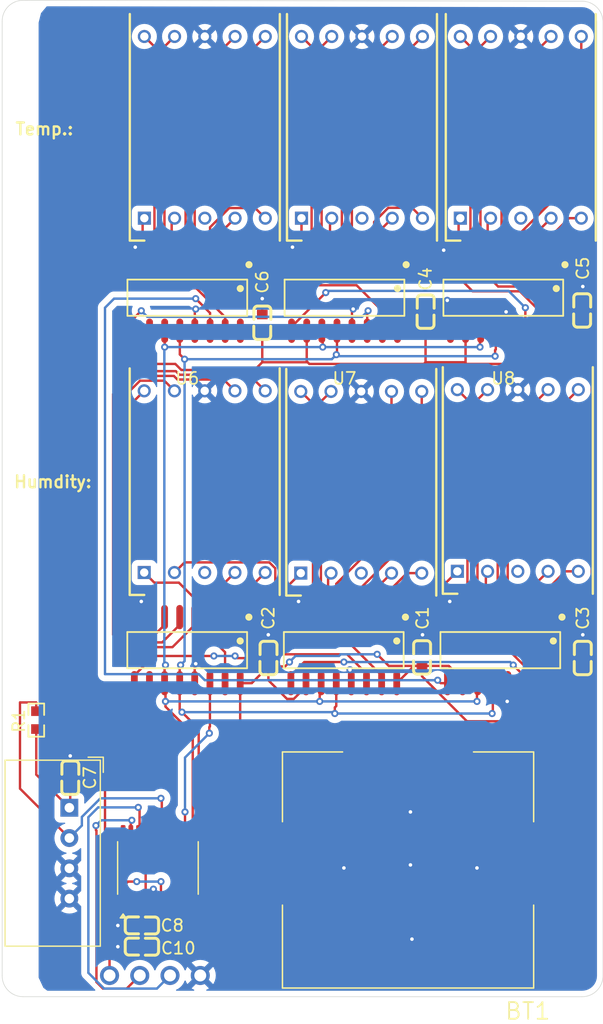
<source format=kicad_pcb>
(kicad_pcb (version 20240108) (generator "pcbnew") (generator_version "8.0")
  (layers (0 "F.Cu" signal) (31 "B.Cu" signal) (34 "B.Paste" user) (35 "F.Paste" user) (36 "B.SilkS" user "B.Silkscreen") (37 "F.SilkS" user "F.Silkscreen") (38 "B.Mask" user) (39 "F.Mask" user) (44 "Edge.Cuts" user))
  (net 0 "")
  (net 1 "GND")
  (net 2 "/VDD")
  (net 3 "/SENSOR_DATA")
  (net 4 "/DISPLAY_LATCH")
  (net 5 "/DISPLAY_DATA")
  (net 6 "/DISPLAY_CLOCK")
  (net 7 "/Display_Segment/CARRY")
  (net 8 "/Display_Segment1/CARRY")
  (net 9 "/Display_Segment2/CARRY")
  (net 10 "/Display_Segment3/CARRY")
  (net 11 "/Display_Segment4/CARRY")
  (net 12 "/Display_Segment5/CARRY")
  (net 14 "Net-(DS1-ANODE_F)")
  (net 15 "Net-(DS1-ANODE_G)")
  (net 16 "Net-(DS1-ANODE_B)")
  (net 17 "Net-(DS1-ANODE_D)")
  (net 18 "Net-(DS1-ANODE_A)")
  (net 19 "Net-(DS1-ANODE_E)")
  (net 20 "Net-(DS1-ANODE_C)")
  (net 21 "Net-(DS1-ANODE_DP)")
  (net 22 "Net-(DS2-ANODE_A)")
  (net 23 "Net-(DS2-ANODE_G)")
  (net 24 "Net-(DS2-ANODE_D)")
  (net 25 "Net-(DS2-ANODE_DP)")
  (net 26 "Net-(DS2-ANODE_C)")
  (net 27 "Net-(DS2-ANODE_B)")
  (net 28 "Net-(DS2-ANODE_F)")
  (net 29 "Net-(DS2-ANODE_E)")
  (net 31 "Net-(DS3-ANODE_G)")
  (net 32 "Net-(DS3-ANODE_C)")
  (net 33 "Net-(DS3-ANODE_DP)")
  (net 34 "Net-(DS3-ANODE_E)")
  (net 35 "Net-(DS3-ANODE_A)")
  (net 37 "Net-(DS3-ANODE_F)")
  (net 38 "Net-(DS3-ANODE_B)")
  (net 39 "Net-(DS3-ANODE_D)")
  (net 40 "Net-(DS4-ANODE_B)")
  (net 41 "Net-(DS4-ANODE_G)")
  (net 42 "Net-(DS4-ANODE_E)")
  (net 43 "Net-(DS4-ANODE_C)")
  (net 44 "Net-(DS4-ANODE_DP)")
  (net 45 "Net-(DS4-ANODE_D)")
  (net 47 "Net-(DS4-ANODE_A)")
  (net 48 "Net-(DS4-ANODE_F)")
  (net 49 "Net-(DS5-ANODE_E)")
  (net 50 "Net-(DS5-ANODE_D)")
  (net 51 "Net-(DS5-ANODE_DP)")
  (net 52 "Net-(DS5-ANODE_A)")
  (net 53 "Net-(DS5-ANODE_F)")
  (net 54 "Net-(DS5-ANODE_C)")
  (net 55 "Net-(DS5-ANODE_B)")
  (net 56 "Net-(DS5-ANODE_G)")
  (net 58 "Net-(DS6-ANODE_A)")
  (net 59 "Net-(DS6-ANODE_G)")
  (net 60 "Net-(DS6-ANODE_F)")
  (net 61 "Net-(DS6-ANODE_B)")
  (net 63 "Net-(DS6-ANODE_D)")
  (net 64 "Net-(DS6-ANODE_DP)")
  (net 65 "Net-(DS6-ANODE_E)")
  (net 66 "Net-(DS6-ANODE_C)")
  (net 67 "Net-(C9-SWCLK)")
  (net 68 "Net-(C9-SWDIO)")
  (net 69 "Net-(C9-RST)")
  (footprint "my_lib:Capacitor-0.1uF-0603-C125205" (layer "F.Cu") (at 178.3 90.35 -90)
    (property "Reference" "C3")
    (property "Value" "0.1uF" (hide yes))
  )
  (footprint "my_lib:DIPS1524W51P254L1260H800Q10N" (layer "F.Cu") (at 167.77 83.07 90)
    (property "Reference" "DS3" (hide yes))
    (property "Value" "CLS-5161AS" (hide yes))
  )
  (footprint "my_lib:SOP-16_L9.9-W3.9-P1.27-LS6.0-BL" (layer "F.Cu") (at 158.29 60.12 180)
    (property "Reference" "U7")
    (property "Value" "74HC595" (hide yes))
  )
  (footprint "my_lib:SOP-16_L9.9-W3.9-P1.27-LS6.0-BL" (layer "F.Cu") (at 171.38 89.68 180)
    (property "Reference" "U5" (hide yes))
    (property "Value" "74HC595" (hide yes))
  )
  (footprint "my_lib:Capacitor-0.1uF-0603-C125205" (layer "F.Cu") (at 141.286 112.776)
    (property "Reference" "C8")
    (property "Value" "0.1uF" (hide yes))
  )
  (footprint "my_lib:Capacitor-0.1uF-0603-C125205" (layer "F.Cu") (at 165.1 61.3 -90)
    (property "Reference" "C4")
    (property "Value" "0.1uF" (hide yes))
  )
  (footprint "my_lib:SOP-16_L9.9-W3.9-P1.27-LS6.0-BL" (layer "F.Cu") (at 171.63 60.12 180)
    (property "Reference" "U8")
    (property "Value" "74HC595" (hide yes))
  )
  (footprint "my_lib:Capacitor-0.1uF-0603-C125205" (layer "F.Cu") (at 151.9 90.35 -90)
    (property "Reference" "C2")
    (property "Value" "0.1uF" (hide yes))
  )
  (footprint "my_lib:Capacitor-0.1uF-0603-C125205" (layer "F.Cu") (at 135.255 100.392 -90)
    (property "Reference" "C7")
    (property "Value" "0.1uF" (hide yes))
  )
  (footprint "my_lib:SOP-16_L9.9-W3.9-P1.27-LS6.0-BL" (layer "F.Cu") (at 145.09 60.12 180)
    (property "Reference" "U6")
    (property "Value" "74HC595" (hide yes))
  )
  (footprint "my_lib:SOP-16_L9.9-W3.9-P1.27-LS6.0-BL" (layer "F.Cu") (at 145.08 89.68 180)
    (property "Reference" "U3" (hide yes))
    (property "Value" "74HC595" (hide yes))
  )
  (footprint "my_lib:DIPS1524W51P254L1260H800Q10N" (layer "F.Cu") (at 154.68 53.45 90)
    (property "Reference" "DS5" (hide yes))
    (property "Value" "CLS-5161AS" (hide yes))
  )
  (footprint "Package_SO:TSSOP-20_4.4x6.5mm_P0.65mm" (layer "F.Cu") (at 142.621 107.95 90)
    (property "Reference" "U9" (hide yes))
    (property "Value" "STM32C011F6Px")
  )
  (footprint "my_lib:BAT-HLD-003-SMT" (layer "F.Cu") (at 163.63 107.569 180)
    (property "Reference" "BT1")
    (property "Value" "BAT-HLD-003-SMT")
  )
  (footprint "Sensor:ASAIR_AM2302_P2.54mm_Vertical" (layer "F.Cu") (at 135.181614 102.9 -90)
    (property "Reference" "U1" (hide yes))
    (property "Value" "AM2302")
  )
  (footprint "my_lib:DIPS1524W51P254L1260H800Q10N" (layer "F.Cu") (at 168.02 53.45 90)
    (property "Reference" "DS6" (hide yes))
    (property "Value" "CLS-5161AS" (hide yes))
  )
  (footprint "my_lib:Resistor-1kO-0603-C4410" (layer "F.Cu") (at 132.403614 95.548 90)
    (property "Reference" "R1")
    (property "Value" "1k" (hide yes))
  )
  (footprint "my_lib:Capacitor-0.1uF-0603-C125205" (layer "F.Cu") (at 151.384 62.23 -90)
    (property "Reference" "C6")
    (property "Value" "0.1uF" (hide yes))
  )
  (footprint "my_lib:DIPS1524W51P254L1260H800Q10N" (layer "F.Cu") (at 141.47 83.17 90)
    (property "Reference" "DS1" (hide yes))
    (property "Value" "CLS-5161AS" (hide yes))
  )
  (footprint "my_lib:Capacitor-4.7uF-0603-C76615" (layer "F.Cu") (at 141.286 114.554)
    (property "Reference" "C10")
    (property "Value" "4.7uF" (hide yes))
  )
  (footprint "my_lib:SOP-16_L9.9-W3.9-P1.27-LS6.0-BL" (layer "F.Cu") (at 158.23 89.68 180)
    (property "Reference" "U4" (hide yes))
    (property "Value" "74HC595" (hide yes))
  )
  (footprint "my_lib:Capacitor-0.1uF-0603-C125205" (layer "F.Cu") (at 178.25 61.2 -90)
    (property "Reference" "C5")
    (property "Value" "0.1uF" (hide yes))
  )
  (footprint "my_lib:DIPS1524W51P254L1260H800Q10N" (layer "F.Cu") (at 154.62 83.22 90)
    (property "Reference" "DS2" (hide yes))
    (property "Value" "CLS-5161AS" (hide yes))
  )
  (footprint "custom:SWD-Interface" (layer "F.Cu") (at 143.637 116.967)
    (property "Reference" "C9" (hide yes))
    (property "Value" "~" (hide yes))
  )
  (footprint "my_lib:DIPS1524W51P254L1260H800Q10N" (layer "F.Cu") (at 141.48 53.45 90)
    (property "Reference" "DS4" (hide yes))
    (property "Value" "CLS-5161AS" (hide yes))
  )
  (footprint "my_lib:Capacitor-0.1uF-0603-C125205" (layer "F.Cu") (at 164.8 90.3 -90)
    (property "Reference" "C1")
    (property "Value" "0.1uF" (hide yes))
  )
  (gr_arc (start 131.285437 118.745303) (mid 130.039553 118.222421) (end 129.540001 116.967) (stroke (width 0.05)) (layer "Edge.Cuts"))
  (gr_arc (start 178.25 35.25) (mid 179.487437 35.762563) (end 180 37) (stroke (width 0.05)) (layer "Edge.Cuts"))
  (gr_arc (start 129.540001 36.967) (mid 130.035903 35.705002) (end 131.285437 35.178482) (stroke (width 0.05)) (layer "Edge.Cuts"))
  (gr_line (start 129.54 116.967) (end 129.54 36.967) (stroke (width 0.05)) (layer "Edge.Cuts"))
  (gr_line (start 178.25 118.75) (end 131.285437 118.749563) (stroke (width 0.05)) (layer "Edge.Cuts"))
  (gr_line (start 180 37) (end 180 117) (stroke (width 0.05)) (layer "Edge.Cuts"))
  (gr_line (start 131.285437 35.174437) (end 178.25 35.25) (stroke (width 0.05)) (layer "Edge.Cuts"))
  (gr_arc (start 180 117) (mid 179.487437 118.237437) (end 178.25 118.75) (stroke (width 0.05)) (layer "Edge.Cuts"))
  (gr_text "Humdity:" (at 130.429 76.149 0) (layer "F.SilkS") (effects (font (size 1 1) (thickness 0.2) (bold yes)) (justify left bottom)))
  (gr_text "Temp.:" (at 130.556 46.554 0) (layer "F.SilkS") (effects (font (size 1 1) (thickness 0.2) (bold yes)) (justify left bottom)))
  (segment (start 164.8 89.6) (end 164.8 88.438) (width 0.2) (layer "F.Cu") (net 1))
  (segment (start 140.586 112.776) (end 139.254 112.776) (width 0.2) (layer "F.Cu") (net 1))
  (segment (start 158.92 61.17112) (end 159.01912 61.072) (width 0.2) (layer "F.Cu") (net 1))
  (segment (start 172.26 61.702086) (end 171.864957 61.307043) (width 0.2) (layer "F.Cu") (net 1))
  (segment (start 153.79 86.24) (end 154.432 85.598) (width 0.2) (layer "F.Cu") (net 1))
  (segment (start 145.71 92.45) (end 145.71 90.906) (width 0.2) (layer "F.Cu") (net 1))
  (segment (start 140.64 86.91) (end 140.62 86.89) (width 0.2) (layer "F.Cu") (net 1))
  (segment (start 140.64 86.182) (end 141.224 85.598) (width 0.2) (layer "F.Cu") (net 1))
  (segment (start 145.71 90.906) (end 145.796 90.82) (width 0.2) (layer "F.Cu") (net 1))
  (segment (start 158.86 92.45) (end 158.86 91.43924) (width 0.2) (layer "F.Cu") (net 1))
  (segment (start 140.65 55.946) (end 140.716 55.88) (width 0.2) (layer "F.Cu") (net 1))
  (segment (start 167.19 57.35) (end 167.19 56.7) (width 0.2) (layer "F.Cu") (net 1))
  (segment (start 153.79 86.91) (end 153.79 86.24) (width 0.2) (layer "F.Cu") (net 1))
  (segment (start 140.586 114.554) (end 139.254 114.554) (width 0.2) (layer "F.Cu") (net 1))
  (segment (start 153.85 55.954) (end 153.924 55.88) (width 0.2) (layer "F.Cu") (net 1))
  (segment (start 166.662027 60.6) (end 166.922027 60.34) (width 0.2) (layer "F.Cu") (net 1))
  (segment (start 145.72 61.148) (end 145.796 61.072) (width 0.2) (layer "F.Cu") (net 1))
  (segment (start 172.01 92.45) (end 172.01 93.928) (width 0.2) (layer "F.Cu") (net 1))
  (segment (start 135.255 99.692) (end 135.255 98.552) (width 0.2) (layer "F.Cu") (net 1))
  (segment (start 166.94 85.79) (end 167.132 85.598) (width 0.2) (layer "F.Cu") (net 1))
  (segment (start 145.72 62.89) (end 145.72 61.148) (width 0.2) (layer "F.Cu") (net 1))
  (segment (start 165.1 60.6) (end 166.662027 60.6) (width 0.2) (layer "F.Cu") (net 1))
  (segment (start 158.86 91.43924) (end 158.74938 91.32862) (width 0.2) (layer "F.Cu") (net 1))
  (segment (start 151.9 89.65) (end 151.9 88.4) (width 0.2) (layer "F.Cu") (net 1))
  (segment (start 178.25 59.24) (end 178.308 59.182) (width 0.2) (layer "F.Cu") (net 1))
  (segment (start 142.296 109.784) (end 142.24 109.728) (width 0.2) (layer "F.Cu") (net 1))
  (segment (start 166.94 86.91) (end 166.94 85.79) (width 0.2) (layer "F.Cu") (net 1))
  (segment (start 142.296 110.8125) (end 142.296 109.784) (width 0.2) (layer "F.Cu") (net 1))
  (segment (start 158.92 62.89) (end 158.92 61.17112) (width 0.2) (layer "F.Cu") (net 1))
  (segment (start 178.25 60.5) (end 178.25 59.24) (width 0.2) (layer "F.Cu") (net 1))
  (segment (start 153.85 57.35) (end 153.85 55.954) (width 0.2) (layer "F.Cu") (net 1))
  (segment (start 172.26 62.89) (end 172.26 61.702086) (width 0.2) (layer "F.Cu") (net 1))
  (segment (start 167.19 56.7) (end 166.624 56.134) (width 0.2) (layer "F.Cu") (net 1))
  (segment (start 178.3 88.4) (end 178.308 88.392) (width 0.2) (layer "F.Cu") (net 1))
  (segment (start 151.9 88.4) (end 151.892 88.392) (width 0.2) (layer "F.Cu") (net 1))
  (segment (start 140.65 57.35) (end 140.65 55.946) (width 0.2) (layer "F.Cu") (net 1))
  (segment (start 151.384 61.53) (end 151.384 60.198) (width 0.2) (layer "F.Cu") (net 1))
  (segment (start 140.64 86.91) (end 140.64 86.182) (width 0.2) (layer "F.Cu") (net 1))
  (segment (start 178.3 89.65) (end 178.3 88.4) (width 0.2) (layer "F.Cu") (net 1))
  (segment (start 164.8 88.438) (end 164.846 88.392) (width 0.2) (layer "F.Cu") (net 1))
  (segment (start 172.01 93.928) (end 171.958 93.98) (width 0.2) (layer "F.Cu") (net 1))
  (via (at 178.308 88.392) (size 0.6) (drill 0.3) (layers "F.Cu" "B.Cu") (net 1))
  (via (at 166.922027 60.34) (size 0.6) (drill 0.3) (layers "F.Cu" "B.Cu") (net 1))
  (via (at 164.846 88.392) (size 0.6) (drill 0.3) (layers "F.Cu" "B.Cu") (net 1))
  (via (at 135.255 98.552) (size 0.6) (drill 0.3) (layers "F.Cu" "B.Cu") (net 1))
  (via (at 163.83 103.251) (size 0.6) (drill 0.3) (layers "F.Cu" "B.Cu") (net 1))
  (via (at 154.432 85.598) (size 0.6) (drill 0.3) (layers "F.Cu" "B.Cu") (net 1))
  (via (at 171.958 93.98) (size 0.6) (drill 0.3) (layers "F.Cu" "B.Cu") (net 1))
  (via (at 158.74938 91.32862) (size 0.6) (drill 0.3) (layers "F.Cu" "B.Cu") (net 1))
  (via (at 159.01912 61.072) (size 0.6) (drill 0.3) (layers "F.Cu" "B.Cu") (net 1))
  (via (at 141.224 85.598) (size 0.6) (drill 0.3) (layers "F.Cu" "B.Cu") (net 1))
  (via (at 167.132 85.598) (size 0.6) (drill 0.3) (layers "F.Cu" "B.Cu") (net 1))
  (via (at 163.83 107.696) (size 0.6) (drill 0.3) (layers "F.Cu" "B.Cu") (net 1))
  (via (at 140.716 55.88) (size 0.6) (drill 0.3) (layers "F.Cu" "B.Cu") (net 1))
  (via (at 151.384 60.198) (size 0.6) (drill 0.3) (layers "F.Cu" "B.Cu") (net 1))
  (via (at 178.308 59.182) (size 0.6) (drill 0.3) (layers "F.Cu" "B.Cu") (net 1))
  (via (at 151.892 88.392) (size 0.6) (drill 0.3) (layers "F.Cu" "B.Cu") (net 1))
  (via (at 145.796 90.82) (size 0.6) (drill 0.3) (layers "F.Cu" "B.Cu") (net 1))
  (via (at 166.624 56.134) (size 0.6) (drill 0.3) (layers "F.Cu" "B.Cu") (net 1))
  (via (at 142.24 109.728) (size 0.6) (drill 0.3) (layers "F.Cu" "B.Cu") (net 1))
  (via (at 158.242 107.95) (size 0.6) (drill 0.3) (layers "F.Cu" "B.Cu") (net 1))
  (via (at 139.254 112.776) (size 0.6) (drill 0.3) (layers "F.Cu" "B.Cu") (net 1))
  (via (at 169.418 107.95) (size 0.6) (drill 0.3) (layers "F.Cu" "B.Cu") (net 1))
  (via (at 145.796 61.072) (size 0.6) (drill 0.3) (layers "F.Cu" "B.Cu") (net 1))
  (via (at 139.254 114.554) (size 0.6) (drill 0.3) (layers "F.Cu" "B.Cu") (net 1))
  (via (at 163.957 113.919) (size 0.6) (drill 0.3) (layers "F.Cu" "B.Cu") (net 1))
  (via (at 153.924 55.88) (size 0.6) (drill 0.3) (layers "F.Cu" "B.Cu") (net 1))
  (via (at 171.864957 61.307043) (size 0.6) (drill 0.3) (layers "F.Cu" "B.Cu") (net 1))
  (segment (start 168.21 92.45) (end 168.21 92.285) (width 0.2) (layer "F.Cu") (net 2))
  (segment (start 138.176 104.873456) (end 138.176 101.092) (width 0.2) (layer "F.Cu") (net 2))
  (segment (start 144.082761 65.674) (end 142.128 65.674) (width 0.2) (layer "F.Cu") (net 2))
  (segment (start 155.06 92.45) (end 155.06 92.068) (width 0.2) (layer "F.Cu") (net 2))
  (segment (start 168.46 62.89) (end 168.46 65.474) (width 0.2) (layer "F.Cu") (net 2))
  (segment (start 141.92 65.466) (end 141.92 62.89) (width 0.2) (layer "F.Cu") (net 2))
  (segment (start 141.646 112.436) (end 141.646 110.8125) (width 0.2) (layer "F.Cu") (net 2))
  (segment (start 177.23 91.05) (end 175.83 92.45) (width 0.2) (layer "F.Cu") (net 2))
  (segment (start 155.12 65.458) (end 155.194 65.532) (width 0.2) (layer "F.Cu") (net 2))
  (segment (start 142.128 65.674) (end 141.92 65.466) (width 0.2) (layer "F.Cu") (net 2))
  (segment (start 165.1 65.532) (end 164.958 65.674) (width 0.2) (layer "F.Cu") (net 2))
  (segment (start 151.384 65.532) (end 151.384 62.93) (width 0.2) (layer "F.Cu") (net 2))
  (segment (start 176.53 107.569) (end 176.53 107.769) (width 0.2) (layer "F.Cu") (net 2))
  (segment (start 153.298 91.05) (end 151.9 91.05) (width 0.2) (layer "F.Cu") (net 2))
  (segment (start 155.12 62.89) (end 155.12 65.458) (width 0.2) (layer "F.Cu") (net 2))
  (segment (start 164.8 91) (end 162.008 91) (width 0.2) (layer "F.Cu") (net 2))
  (segment (start 155.06 92.45) (end 155.06 92.742315) (width 0.2) (layer "F.Cu") (net 2))
  (segment (start 153.67 90.678) (end 153.298 91.05) (width 0.2) (layer "F.Cu") (net 2))
  (segment (start 178.3 91.05) (end 178.35 91.1) (width 0.2) (layer "F.Cu") (net 2))
  (segment (start 177.954 95.646) (end 168.573685 95.646) (width 0.2) (layer "F.Cu") (net 2))
  (segment (start 154.032315 93.77) (end 153.46 93.77) (width 0.2) (layer "F.Cu") (net 2))
  (segment (start 155.336 65.674) (end 155.194 65.532) (width 0.2) (layer "F.Cu") (net 2))
  (segment (start 135.255 101.092) (end 135.255 102.826614) (width 0.2) (layer "F.Cu") (net 2))
  (segment (start 135.255 102.826614) (end 135.181614 102.9) (width 0.2) (layer "F.Cu") (net 2))
  (segment (start 132.403614 97.028) (end 132.403614 96.298) (width 0.2) (layer "F.Cu") (net 2))
  (segment (start 179.05 62.7) (end 178.25 61.9) (width 0.2) (layer "F.Cu") (net 2))
  (segment (start 162.74 62.89) (end 164.21 62.89) (width 0.2) (layer "F.Cu") (net 2))
  (segment (start 147.193 104.606) (end 147.193 114.554) (width 0.2) (layer "F.Cu") (net 2))
  (segment (start 144.590761 66.182) (end 144.082761 65.674) (width 0.2) (layer "F.Cu") (net 2))
  (segment (start 132.403614 97.028) (end 132.403614 100.122) (width 0.2) (layer "F.Cu") (net 2))
  (segment (start 141.646 110.8125) (end 141.59 110.7565) (width 0.2) (layer "F.Cu") (net 2))
  (segment (start 141.91 92.94) (end 141.91 92.45) (width 0.2) (layer "F.Cu") (net 2))
  (segment (start 149.58 62.93) (end 149.54 62.89) (width 0.2) (layer "F.Cu") (net 2))
  (segment (start 164.8 91) (end 164.13 91) (width 0.2) (layer "F.Cu") (net 2))
  (segment (start 141.986 114.554) (end 141.986 112.776) (width 0.2) (layer "F.Cu") (net 2))
  (segment (start 138.552 96.298) (end 141.91 92.94) (width 0.2) (layer "F.Cu") (net 2))
  (segment (start 141.986 112.776) (end 141.646 112.436) (width 0.2) (layer "F.Cu") (net 2))
  (segment (start 179.05 90.3) (end 179.05 62.7) (width 0.2) (layer "F.Cu") (net 2))
  (segment (start 164.21 62.89) (end 165.1 62) (width 0.2) (layer "F.Cu") (net 2))
  (segment (start 141.59 110.7565) (end 141.59 108.287456) (width 0.2) (layer "F.Cu") (net 2))
  (segment (start 178.3 91.05) (end 179.05 90.3) (width 0.2) (layer "F.Cu") (net 2))
  (segment (start 149.417 114.554) (end 147.193 114.554) (width 0.2) (layer "F.Cu") (net 2))
  (segment (start 167.48 116.819) (end 151.682 116.819) (width 0.2) (layer "F.Cu") (net 2))
  (segment (start 165.1 62) (end 165.1 65.532) (width 0.2) (layer "F.Cu") (net 2))
  (segment (start 151.9 92.21) (end 151.9 91.05) (width 0.2) (layer "F.Cu") (net 2))
  (segment (start 164.13 91) (end 162.68 92.45) (width 0.2) (layer "F.Cu") (net 2))
  (segment (start 176.657 96.943) (end 176.657 107.569) (width 0.2) (layer "F.Cu") (net 2))
  (segment (start 177.07 61.9) (end 176.08 62.89) (width 0.2) (layer "F.Cu") (net 2))
  (segment (start 168.544 65.674) (end 168.402 65.532) (width 0.2) (layer "F.Cu") (net 2))
  (segment (start 168.573685 95.646) (end 164.8 91.872315) (width 0.2) (layer "F.Cu") (net 2))
  (segment (start 150.5 92.45) (end 149.53 92.45) (width 0.2) (layer "F.Cu") (net 2))
  (segment (start 178.3 91.05) (end 177.23 91.05) (width 0.2) (layer "F.Cu") (net 2))
  (segment (start 174.476 65.674) (end 168.544 65.674) (width 0.2) (layer "F.Cu") (net 2))
  (segment (start 155.194 65.532) (end 151.384 65.532) (width 0.2) (layer "F.Cu") (net 2))
  (segment (start 138.176 101.092) (end 135.255 101.092) (width 0.2) (layer "F.Cu") (net 2))
  (segment (start 164.8 91.872315) (end 164.8 91) (width 0.2) (layer "F.Cu") (net 2))
  (segment (start 167.052315 91) (end 164.8 91) (width 0.2) (layer "F.Cu") (net 2))
  (segment (start 176.53 107.769) (end 167.48 116.819) (width 0.2) (layer "F.Cu") (net 2))
  (segment (start 141.605 110.8535) (end 141.646 110.8125) (width 0.2) (layer "F.Cu") (net 2))
  (segment (start 168.46 65.474) (end 168.402 65.532) (width 0.2) (layer "F.Cu") (net 2))
  (segment (start 168.402 65.532) (end 165.1 65.532) (width 0.2) (layer "F.Cu") (net 2))
  (segment (start 162.008 91) (end 161.036 90.028) (width 0.2) (layer "F.Cu") (net 2))
  (segment (start 178.35 95.25) (end 176.657 96.943) (width 0.2) (layer "F.Cu") (net 2))
  (segment (start 138.552 96.298) (end 132.403614 96.298) (width 0.2) (layer "F.Cu") (net 2))
  (segment (start 167.619 91.694) (end 167.619 91.566685) (width 0.2) (layer "F.Cu") (net 2))
  (segment (start 155.06 92.742315) (end 154.032315 93.77) (width 0.2) (layer "F.Cu") (net 2))
  (segment (start 147.193 114.554) (end 141.986 114.554) (width 0.2) (layer "F.Cu") (net 2))
  (segment (start 150.734 66.182) (end 144.590761 66.182) (width 0.2) (layer "F.Cu") (net 2))
  (segment (start 150.5 92.45) (end 151.9 91.05) (width 0.2) (layer "F.Cu") (net 2))
  (segment (start 151.384 62.93) (end 149.58 62.93) (width 0.2) (layer "F.Cu") (net 2))
  (segment (start 178.25 61.9) (end 174.476 65.674) (width 0.2) (layer "F.Cu") (net 2))
  (segment (start 132.403614 100.122) (end 135.181614 102.9) (width 0.2) (layer "F.Cu") (net 2))
  (segment (start 151.682 116.819) (end 149.417 114.554) (width 0.2) (layer "F.Cu") (net 2))
  (segment (start 153.46 93.77) (end 151.9 92.21) (width 0.2) (layer "F.Cu") (net 2))
  (segment (start 178.25 61.9) (end 177.07 61.9) (width 0.2) (layer "F.Cu") (net 2))
  (segment (start 167.619 91.566685) (end 167.052315 91) (width 0.2) (layer "F.Cu") (net 2))
  (segment (start 178.35 91.1) (end 178.35 95.25) (width 0.2) (layer "F.Cu") (net 2))
  (segment (start 151.384 65.532) (end 150.734 66.182) (width 0.2) (layer "F.Cu") (net 2))
  (segment (start 164.958 65.674) (end 155.336 65.674) (width 0.2) (layer "F.Cu") (net 2))
  (segment (start 141.59 108.287456) (end 138.176 104.873456) (width 0.2) (layer "F.Cu") (net 2))
  (segment (start 147.193 104.606) (end 149.53 102.269) (width 0.2) (layer "F.Cu") (net 2))
  (segment (start 168.21 92.285) (end 167.619 91.694) (width 0.2) (layer "F.Cu") (net 2))
  (segment (start 149.53 92.45) (end 149.53 102.269) (width 0.2) (layer "F.Cu") (net 2))
  (via (at 161.036 90.028) (size 0.6) (drill 0.3) (layers "F.Cu" "B.Cu") (net 2))
  (via (at 153.67 90.678) (size 0.6) (drill 0.3) (layers "F.Cu" "B.Cu") (net 2))
  (segment (start 153.67 90.678) (end 154.178 90.17) (width 0.2) (layer "B.Cu") (net 2))
  (segment (start 154.178 90.17) (end 157.830761 90.17) (width 0.2) (layer "B.Cu") (net 2))
  (segment (start 157.972761 90.028) (end 161.036 90.028) (width 0.2) (layer "B.Cu") (net 2))
  (segment (start 157.830761 90.17) (end 157.972761 90.028) (width 0.2) (layer "B.Cu") (net 2))
  (segment (start 131.035614 101.294) (end 131.035614 94.068) (width 0.2) (layer "F.Cu") (net 3))
  (segment (start 135.181614 105.44) (end 131.035614 101.294) (width 0.2) (layer "F.Cu") (net 3))
  (segment (start 142.946 105.0875) (end 142.946 102.179) (width 0.2) (layer "F.Cu") (net 3))
  (segment (start 131.035614 94.068) (end 132.403614 94.068) (width 0.2) (layer "F.Cu") (net 3))
  (segment (start 132.403614 94.068) (end 132.403614 94.798) (width 0.2) (layer "F.Cu") (net 3))
  (segment (start 142.946 102.179) (end 142.875 102.108) (width 0.2) (layer "F.Cu") (net 3))
  (via (at 142.875 102.108) (size 0.6) (drill 0.3) (layers "F.Cu" "B.Cu") (net 3))
  (segment (start 137.795 102.108) (end 136.231614 103.671386) (width 0.2) (layer "B.Cu") (net 3))
  (segment (start 142.875 102.108) (end 137.795 102.108) (width 0.2) (layer "B.Cu") (net 3))
  (segment (start 136.231614 104.39) (end 135.181614 105.44) (width 0.2) (layer "B.Cu") (net 3))
  (segment (start 136.231614 103.671386) (end 136.231614 104.39) (width 0.2) (layer "B.Cu") (net 3))
  (segment (start 144.46 62.89) (end 144.46 64.878022) (width 0.2) (layer "F.Cu") (net 4))
  (segment (start 157.66 64.844) (end 157.607017 64.896983) (width 0.2) (layer "F.Cu") (net 4))
  (segment (start 170.688 92.512) (end 170.75 92.45) (width 0.2) (layer "F.Cu") (net 4))
  (segment (start 144.45 92.45) (end 144.45 91.008) (width 0.2) (layer "F.Cu") (net 4))
  (segment (start 170.688 94.996) (end 170.75 94.934) (width 0.2) (layer "F.Cu") (net 4))
  (segment (start 157.48 94.488) (end 157.6 94.368) (width 0.2) (layer "F.Cu") (net 4))
  (segment (start 146.046 110.3125) (end 146.046 96.28805) (width 0.2) (layer "F.Cu") (net 4))
  (segment (start 170.942 64.516) (end 171 64.458) (width 0.2) (layer "F.Cu") (net 4))
  (segment (start 157.48 94.996) (end 157.48 94.488) (width 0.2) (layer "F.Cu") (net 4))
  (segment (start 170.75 94.934) (end 170.75 92.45) (width 0.2) (layer "F.Cu") (net 4))
  (segment (start 145.546 110.8125) (end 146.046 110.3125) (width 0.2) (layer "F.Cu") (net 4))
  (segment (start 170.942 65.024) (end 170.942 64.516) (width 0.2) (layer "F.Cu") (net 4))
  (segment (start 157.6 94.368) (end 157.6 92.45) (width 0.2) (layer "F.Cu") (net 4))
  (segment (start 146.046 96.28805) (end 144.639975 94.882025) (width 0.2) (layer "F.Cu") (net 4))
  (segment (start 157.66 62.89) (end 157.66 64.844) (width 0.2) (layer "F.Cu") (net 4))
  (segment (start 144.45 91.008) (end 144.526 90.932) (width 0.2) (layer "F.Cu") (net 4))
  (segment (start 144.45 92.45) (end 144.45 94.69205) (width 0.2) (layer "F.Cu") (net 4))
  (segment (start 171 64.458) (end 171 62.89) (width 0.2) (layer "F.Cu") (net 4))
  (segment (start 144.46 64.878022) (end 144.86 65.278022) (width 0.2) (layer "F.Cu") (net 4))
  (segment (start 144.45 94.69205) (end 144.639975 94.882025) (width 0.2) (layer "F.Cu") (net 4))
  (via (at 144.526 90.932) (size 0.6) (drill 0.3) (layers "F.Cu" "B.Cu") (net 4))
  (via (at 170.942 65.024) (size 0.6) (drill 0.3) (layers "F.Cu" "B.Cu") (net 4))
  (via (at 157.607017 64.896983) (size 0.6) (drill 0.3) (layers "F.Cu" "B.Cu") (net 4))
  (via (at 170.688 94.996) (size 0.6) (drill 0.3) (layers "F.Cu" "B.Cu") (net 4))
  (via (at 144.86 65.278022) (size 0.6) (drill 0.3) (layers "F.Cu" "B.Cu") (net 4))
  (via (at 144.639975 94.882025) (size 0.6) (drill 0.3) (layers "F.Cu" "B.Cu") (net 4))
  (via (at 157.48 94.996) (size 0.6) (drill 0.3) (layers "F.Cu" "B.Cu") (net 4))
  (segment (start 157.607017 64.896983) (end 157.734034 65.024) (width 0.2) (layer "B.Cu") (net 4))
  (segment (start 157.734034 65.024) (end 170.942 65.024) (width 0.2) (layer "B.Cu") (net 4))
  (segment (start 144.86 65.278022) (end 157.225978 65.278022) (width 0.2) (layer "B.Cu") (net 4))
  (segment (start 157.225978 65.278022) (end 157.607017 64.896983) (width 0.2) (layer "B.Cu") (net 4))
  (segment (start 144.86 90.598) (end 144.86 65.278022) (width 0.2) (layer "B.Cu") (net 4))
  (segment (start 144.526 90.932) (end 144.86 90.598) (width 0.2) (layer "B.Cu") (net 4))
  (segment (start 157.48 94.996) (end 157.366025 94.882025) (width 0.2) (layer "B.Cu") (net 4))
  (segment (start 157.366025 94.882025) (end 144.639975 94.882025) (width 0.2) (layer "B.Cu") (net 4))
  (segment (start 157.48 94.996) (end 170.688 94.996) (width 0.2) (layer "B.Cu") (net 4))
  (segment (start 146.99 92.45) (end 146.99 96.083929) (width 0.2) (layer "F.Cu") (net 5))
  (segment (start 146.939 96.647) (end 146.939 96.134929) (width 0.2) (layer "F.Cu") (net 5))
  (segment (start 144.896 105.0875) (end 144.896 103.24) (width 0.2) (layer "F.Cu") (net 5))
  (segment (start 146.939 96.134929) (end 146.99 96.083929) (width 0.2) (layer "F.Cu") (net 5))
  (segment (start 147.066 92.526) (end 146.99 92.45) (width 0.2) (layer "F.Cu") (net 5))
  (via (at 144.896 103.251) (size 0.6) (drill 0.3) (layers "F.Cu" "B.Cu") (net 5))
  (via (at 146.939 96.647) (size 0.6) (drill 0.3) (layers "F.Cu" "B.Cu") (net 5))
  (segment (start 144.896 103.251) (end 144.896 98.69) (width 0.2) (layer "B.Cu") (net 5))
  (segment (start 144.896 98.69) (end 146.939 96.647) (width 0.2) (layer "B.Cu") (net 5))
  (segment (start 156.464 62.964) (end 156.39 62.89) (width 0.2) (layer "F.Cu") (net 6))
  (segment (start 156.21 92.57) (end 156.33 92.45) (width 0.2) (layer "F.Cu") (net 6))
  (segment (start 169.418 92.512) (end 169.48 92.45) (width 0.2) (layer "F.Cu") (net 6))
  (segment (start 143.256 93.98) (end 143.256 92.526) (width 0.2) (layer "F.Cu") (net 6))
  (segment (start 143.19 62.89) (end 143.19 64.262) (width 0.2) (layer "F.Cu") (net 6))
  (segment (start 169.418 93.98) (end 169.418 92.512) (width 0.2) (layer "F.Cu") (net 6))
  (segment (start 169.672 64.262) (end 169.672 62.948) (width 0.2) (layer "F.Cu") (net 6))
  (segment (start 156.21 93.98) (end 156.21 92.57) (width 0.2) (layer "F.Cu") (net 6))
  (segment (start 143.18 92.45) (end 143.18 91.008) (width 0.2) (layer "F.Cu") (net 6))
  (segment (start 145.546 96.707289) (end 143.256 94.417289) (width 0.2) (layer "F.Cu") (net 6))
  (segment (start 145.546 105.0875) (end 145.546 96.707289) (width 0.2) (layer "F.Cu") (net 6))
  (segment (start 169.672 62.948) (end 169.73 62.89) (width 0.2) (layer "F.Cu") (net 6))
  (segment (start 143.18 91.008) (end 143.256 90.932) (width 0.2) (layer "F.Cu") (net 6))
  (segment (start 143.256 92.526) (end 143.18 92.45) (width 0.2) (layer "F.Cu") (net 6))
  (segment (start 156.464 64.262) (end 156.464 62.964) (width 0.2) (layer "F.Cu") (net 6))
  (segment (start 143.256 94.417289) (end 143.256 93.98) (width 0.2) (layer "F.Cu") (net 6))
  (via (at 156.464 64.262) (size 0.6) (drill 0.3) (layers "F.Cu" "B.Cu") (net 6))
  (via (at 169.672 64.262) (size 0.6) (drill 0.3) (layers "F.Cu" "B.Cu") (net 6))
  (via (at 143.256 93.98) (size 0.6) (drill 0.3) (layers "F.Cu" "B.Cu") (net 6))
  (via (at 156.21 93.98) (size 0.6) (drill 0.3) (layers "F.Cu" "B.Cu") (net 6))
  (via (at 143.256 90.932) (size 0.6) (drill 0.3) (layers "F.Cu" "B.Cu") (net 6))
  (via (at 169.418 93.98) (size 0.6) (drill 0.3) (layers "F.Cu" "B.Cu") (net 6))
  (via (at 143.19 64.262) (size 0.6) (drill 0.3) (layers "F.Cu" "B.Cu") (net 6))
  (segment (start 156.464 64.262) (end 169.672 64.262) (width 0.2) (layer "B.Cu") (net 6))
  (segment (start 143.16 90.836) (end 143.16 64.292) (width 0.2) (layer "B.Cu") (net 6))
  (segment (start 143.16 64.292) (end 143.19 64.262) (width 0.2) (layer "B.Cu") (net 6))
  (segment (start 156.21 93.98) (end 169.418 93.98) (width 0.2) (layer "B.Cu") (net 6))
  (segment (start 143.256 90.932) (end 143.16 90.836) (width 0.2) (layer "B.Cu") (net 6))
  (segment (start 143.256 93.98) (end 156.21 93.98) (width 0.2) (layer "B.Cu") (net 6))
  (segment (start 143.19 64.262) (end 156.464 64.262) (width 0.2) (layer "B.Cu") (net 6))
  (segment (start 142.27 90.17) (end 147.32 90.17) (width 0.2) (layer "F.Cu") (net 7))
  (segment (start 149.098 90.17) (end 149.278 90.35) (width 0.2) (layer "F.Cu") (net 7))
  (segment (start 149.278 90.35) (end 152.65 90.35) (width 0.2) (layer "F.Cu") (net 7))
  (segment (start 152.65 90.35) (end 152.972 90.028) (width 0.2) (layer "F.Cu") (net 7))
  (segment (start 152.972 90.028) (end 158.511239 90.028) (width 0.2) (layer "F.Cu") (net 7))
  (segment (start 160.14 91.656761) (end 160.14 92.45) (width 0.2) (layer "F.Cu") (net 7))
  (segment (start 158.511239 90.028) (end 160.14 91.656761) (width 0.2) (layer "F.Cu") (net 7))
  (segment (start 140.64 92.45) (end 140.64 91.8) (width 0.2) (layer "F.Cu") (net 7))
  (segment (start 140.64 91.8) (end 142.27 90.17) (width 0.2) (layer "F.Cu") (net 7))
  (via (at 147.32 90.17) (size 0.6) (drill 0.3) (layers "F.Cu" "B.Cu") (net 7))
  (via (at 149.098 90.17) (size 0.6) (drill 0.3) (layers "F.Cu" "B.Cu") (net 7))
  (segment (start 147.32 90.17) (end 149.098 90.17) (width 0.2) (layer "B.Cu") (net 7))
  (segment (start 172.466 90.932) (end 173.29 91.756) (width 0.2) (layer "F.Cu") (net 8))
  (segment (start 153.79 91.8) (end 154.912 90.678) (width 0.2) (layer "F.Cu") (net 8))
  (segment (start 153.79 92.45) (end 153.79 91.8) (width 0.2) (layer "F.Cu") (net 8))
  (segment (start 154.912 90.678) (end 158.242 90.678) (width 0.2) (layer "F.Cu") (net 8))
  (segment (start 173.29 91.756) (end 173.29 92.45) (width 0.2) (layer "F.Cu") (net 8))
  (via (at 172.466 90.932) (size 0.6) (drill 0.3) (layers "F.Cu" "B.Cu") (net 8))
  (via (at 158.242 90.678) (size 0.6) (drill 0.3) (layers "F.Cu" "B.Cu") (net 8))
  (segment (start 172.212 90.678) (end 172.466 90.932) (width 0.2) (layer "B.Cu") (net 8))
  (segment (start 158.242 90.678) (end 172.212 90.678) (width 0.2) (layer "B.Cu") (net 8))
  (segment (start 166.94 92.45) (end 166.364 92.45) (width 0.2) (layer "F.Cu") (net 9))
  (segment (start 166.364 92.45) (end 166.116 92.202) (width 0.2) (layer "F.Cu") (net 9))
  (segment (start 145.796 60.198) (end 147 61.402) (width 0.2) (layer "F.Cu") (net 9))
  (segment (start 147 61.402) (end 147 62.89) (width 0.2) (layer "F.Cu") (net 9))
  (via (at 166.116 92.202) (size 0.6) (drill 0.3) (layers "F.Cu" "B.Cu") (net 9))
  (via (at 145.796 60.198) (size 0.6) (drill 0.3) (layers "F.Cu" "B.Cu") (net 9))
  (segment (start 138.938 60.198) (end 145.796 60.198) (width 0.2) (layer "B.Cu") (net 9))
  (segment (start 166.116 92.202) (end 146.558 92.202) (width 0.2) (layer "B.Cu") (net 9))
  (segment (start 146.558 92.202) (end 146.05 91.694) (width 0.2) (layer "B.Cu") (net 9))
  (segment (start 146.05 91.694) (end 138.176 91.694) (width 0.2) (layer "B.Cu") (net 9))
  (segment (start 138.176 91.694) (end 138.176 60.96) (width 0.2) (layer "B.Cu") (net 9))
  (segment (start 138.176 60.96) (end 138.938 60.198) (width 0.2) (layer "B.Cu") (net 9))
  (segment (start 160.2 62.89) (end 160.2 61.287998) (width 0.2) (layer "F.Cu") (net 10))
  (segment (start 140.65 61.788) (end 141.224 61.214) (width 0.2) (layer "F.Cu") (net 10))
  (segment (start 140.65 62.89) (end 140.65 61.788) (width 0.2) (layer "F.Cu") (net 10))
  (segment (start 160.2 61.287998) (end 160.273998 61.214) (width 0.2) (layer "F.Cu") (net 10))
  (via (at 141.224 61.214) (size 0.6) (drill 0.3) (layers "F.Cu" "B.Cu") (net 10))
  (via (at 160.273998 61.214) (size 0.6) (drill 0.3) (layers "F.Cu" "B.Cu") (net 10))
  (segment (start 159.765998 61.722) (end 160.273998 61.214) (width 0.2) (layer "B.Cu") (net 10))
  (segment (start 141.224 61.214) (end 141.732 61.722) (width 0.2) (layer "B.Cu") (net 10))
  (segment (start 141.732 61.722) (end 159.765998 61.722) (width 0.2) (layer "B.Cu") (net 10))
  (segment (start 173.482 62.832) (end 173.54 62.89) (width 0.2) (layer "F.Cu") (net 11))
  (segment (start 153.85 62.558) (end 156.718 59.69) (width 0.2) (layer "F.Cu") (net 11))
  (segment (start 153.85 62.89) (end 153.85 62.558) (width 0.2) (layer "F.Cu") (net 11))
  (segment (start 173.482 60.96) (end 173.482 62.832) (width 0.2) (layer "F.Cu") (net 11))
  (via (at 156.718 59.69) (size 0.6) (drill 0.3) (layers "F.Cu" "B.Cu") (net 11))
  (via (at 173.482 60.96) (size 0.6) (drill 0.3) (layers "F.Cu" "B.Cu") (net 11))
  (segment (start 156.718 59.69) (end 156.86 59.548) (width 0.2) (layer "B.Cu") (net 11))
  (segment (start 172.07 59.548) (end 173.482 60.96) (width 0.2) (layer "B.Cu") (net 11))
  (segment (start 156.86 59.548) (end 172.07 59.548) (width 0.2) (layer "B.Cu") (net 11))
  (segment (start 143.18 87.56) (end 142.11 88.63) (width 0.2) (layer "F.Cu") (net 14))
  (segment (start 140.231999 88.63) (end 139.655 88.053001) (width 0.2) (layer "F.Cu") (net 14))
  (segment (start 141.117918 67.08) (end 143.16 67.08) (width 0.2) (layer "F.Cu") (net 14))
  (segment (start 139.655 68.542918) (end 141.117918 67.08) (width 0.2) (layer "F.Cu") (net 14))
  (segment (start 139.655 88.053001) (end 139.655 68.542918) (width 0.2) (layer "F.Cu") (net 14))
  (segment (start 143.18 86.91) (end 143.18 87.56) (width 0.2) (layer "F.Cu") (net 14))
  (segment (start 142.11 88.63) (end 140.231999 88.63) (width 0.2) (layer "F.Cu") (net 14))
  (segment (start 143.16 67.08) (end 144.01 67.93) (width 0.2) (layer "F.Cu") (net 14))
  (segment (start 140.055 69.345) (end 141.47 67.93) (width 0.2) (layer "F.Cu") (net 15))
  (segment (start 141.91 86.91) (end 141.91 87.56) (width 0.2) (layer "F.Cu") (net 15))
  (segment (start 140.397685 88.23) (end 140.055 87.887315) (width 0.2) (layer "F.Cu") (net 15))
  (segment (start 140.055 87.887315) (end 140.055 69.345) (width 0.2) (layer "F.Cu") (net 15))
  (segment (start 141.24 88.23) (end 140.397685 88.23) (width 0.2) (layer "F.Cu") (net 15))
  (segment (start 141.91 87.56) (end 141.24 88.23) (width 0.2) (layer "F.Cu") (net 15))
  (segment (start 145.71 87.56) (end 143.84 89.43) (width 0.2) (layer "F.Cu") (net 16))
  (segment (start 140.786546 66.28) (end 144.123075 66.28) (width 0.2) (layer "F.Cu") (net 16))
  (segment (start 145.71 86.91) (end 145.71 87.56) (width 0.2) (layer "F.Cu") (net 16))
  (segment (start 138.855 88.384373) (end 138.855 68.211546) (width 0.2) (layer "F.Cu") (net 16))
  (segment (start 138.855 68.211546) (end 140.786546 66.28) (width 0.2) (layer "F.Cu") (net 16))
  (segment (start 144.425075 66.582) (end 150.282 66.582) (width 0.2) (layer "F.Cu") (net 16))
  (segment (start 143.84 89.43) (end 139.900627 89.43) (width 0.2) (layer "F.Cu") (net 16))
  (segment (start 150.282 66.582) (end 151.63 67.93) (width 0.2) (layer "F.Cu") (net 16))
  (segment (start 139.900627 89.43) (end 138.855 88.384373) (width 0.2) (layer "F.Cu") (net 16))
  (segment (start 144.123075 66.28) (end 144.425075 66.582) (width 0.2) (layer "F.Cu") (net 16))
  (segment (start 149.53 86.91) (end 152.48 83.96) (width 0.2) (layer "F.Cu") (net 17))
  (segment (start 151.982082 82.32) (end 144.86 82.32) (width 0.2) (layer "F.Cu") (net 17))
  (segment (start 144.86 82.32) (end 144.01 83.17) (width 0.2) (layer "F.Cu") (net 17))
  (segment (start 152.48 83.96) (end 152.48 82.817918) (width 0.2) (layer "F.Cu") (net 17))
  (segment (start 152.48 82.817918) (end 151.982082 82.32) (width 0.2) (layer "F.Cu") (net 17))
  (segment (start 142.98 89.03) (end 140.066313 89.03) (width 0.2) (layer "F.Cu") (net 18))
  (segment (start 139.255 88.218687) (end 139.255 68.377232) (width 0.2) (layer "F.Cu") (net 18))
  (segment (start 148.142 66.982) (end 149.09 67.93) (width 0.2) (layer "F.Cu") (net 18))
  (segment (start 140.952232 66.68) (end 143.95739 66.68) (width 0.2) (layer "F.Cu") (net 18))
  (segment (start 143.95739 66.68) (end 144.25939 66.982) (width 0.2) (layer "F.Cu") (net 18))
  (segment (start 144.25939 66.982) (end 148.142 66.982) (width 0.2) (layer "F.Cu") (net 18))
  (segment (start 144.45 87.56) (end 142.98 89.03) (width 0.2) (layer "F.Cu") (net 18))
  (segment (start 140.066313 89.03) (end 139.255 88.218687) (width 0.2) (layer "F.Cu") (net 18))
  (segment (start 139.255 68.377232) (end 140.952232 66.68) (width 0.2) (layer "F.Cu") (net 18))
  (segment (start 144.45 86.91) (end 144.45 87.56) (width 0.2) (layer "F.Cu") (net 18))
  (segment (start 144.382315 84.02) (end 142.32 84.02) (width 0.2) (layer "F.Cu") (net 19))
  (segment (start 146.295 85.932685) (end 144.382315 84.02) (width 0.2) (layer "F.Cu") (net 19))
  (segment (start 142.32 84.02) (end 141.47 83.17) (width 0.2) (layer "F.Cu") (net 19))
  (segment (start 148.26 92.45) (end 148.26 89.852315) (width 0.2) (layer "F.Cu") (net 19))
  (segment (start 148.26 89.852315) (end 146.295 87.887315) (width 0.2) (layer "F.Cu") (net 19))
  (segment (start 146.295 87.887315) (end 146.295 85.932685) (width 0.2) (layer "F.Cu") (net 19))
  (segment (start 148.26 86.91) (end 148.26 84) (width 0.2) (layer "F.Cu") (net 20))
  (segment (start 148.26 84) (end 149.09 83.17) (width 0.2) (layer "F.Cu") (net 20))
  (segment (start 148.945 85.855) (end 151.63 83.17) (width 0.2) (layer "F.Cu") (net 21))
  (segment (start 146.99 86.91) (end 146.99 87.56) (width 0.2) (layer "F.Cu") (net 21))
  (segment (start 148.502315 88.23) (end 148.945 87.787315) (width 0.2) (layer "F.Cu") (net 21))
  (segment (start 146.99 87.56) (end 147.66 88.23) (width 0.2) (layer "F.Cu") (net 21))
  (segment (start 148.945 87.787315) (end 148.945 85.855) (width 0.2) (layer "F.Cu") (net 21))
  (segment (start 147.66 88.23) (end 148.502315 88.23) (width 0.2) (layer "F.Cu") (net 21))
  (segment (start 162.24 79.477918) (end 162.24 67.98) (width 0.2) (layer "F.Cu") (net 22))
  (segment (start 157.6 84.117918) (end 162.24 79.477918) (width 0.2) (layer "F.Cu") (net 22))
  (segment (start 157.6 86.91) (end 157.6 84.117918) (width 0.2) (layer "F.Cu") (net 22))
  (segment (start 155.645 69.005) (end 154.62 67.98) (width 0.2) (layer "F.Cu") (net 23))
  (segment (start 155.645 86.325) (end 155.645 69.005) (width 0.2) (layer "F.Cu") (net 23))
  (segment (start 155.06 86.91) (end 155.645 86.325) (width 0.2) (layer "F.Cu") (net 23))
  (segment (start 156.915 87.887315) (end 156.915 83.465) (width 0.2) (layer "F.Cu") (net 24))
  (segment (start 156.915 83.465) (end 157.16 83.22) (width 0.2) (layer "F.Cu") (net 24))
  (segment (start 157.673685 88.646) (end 156.915 87.887315) (width 0.2) (layer "F.Cu") (net 24))
  (segment (start 162.68 86.91) (end 162.68 87.56) (width 0.2) (layer "F.Cu") (net 24))
  (segment (start 161.594 88.646) (end 157.673685 88.646) (width 0.2) (layer "F.Cu") (net 24))
  (segment (start 162.68 87.56) (end 161.594 88.646) (width 0.2) (layer "F.Cu") (net 24))
  (segment (start 160.14 86.91) (end 160.14 86.617685) (width 0.2) (layer "F.Cu") (net 25))
  (segment (start 163.537685 83.22) (end 164.78 83.22) (width 0.2) (layer "F.Cu") (net 25))
  (segment (start 160.14 86.617685) (end 163.537685 83.22) (width 0.2) (layer "F.Cu") (net 25))
  (segment (start 160.74 88.23) (end 159.897685 88.23) (width 0.2) (layer "F.Cu") (net 26))
  (segment (start 159.555 85.905) (end 162.24 83.22) (width 0.2) (layer "F.Cu") (net 26))
  (segment (start 159.555 87.887315) (end 159.555 85.905) (width 0.2) (layer "F.Cu") (net 26))
  (segment (start 161.41 86.91) (end 161.41 87.56) (width 0.2) (layer "F.Cu") (net 26))
  (segment (start 159.897685 88.23) (end 159.555 87.887315) (width 0.2) (layer "F.Cu") (net 26))
  (segment (start 161.41 87.56) (end 160.74 88.23) (width 0.2) (layer "F.Cu") (net 26))
  (segment (start 158.86 85.262082) (end 164.78 79.342082) (width 0.2) (layer "F.Cu") (net 27))
  (segment (start 158.86 86.91) (end 158.86 85.262082) (width 0.2) (layer "F.Cu") (net 27))
  (segment (start 164.78 79.342082) (end 164.78 67.98) (width 0.2) (layer "F.Cu") (net 27))
  (segment (start 156.33 86.91) (end 156.31 86.89) (width 0.2) (layer "F.Cu") (net 28))
  (segment (start 156.31 86.89) (end 156.31 68.83) (width 0.2) (layer "F.Cu") (net 28))
  (segment (start 156.31 68.83) (end 157.16 67.98) (width 0.2) (layer "F.Cu") (net 28))
  (segment (start 161.41 92.45) (end 161.41 91.8) (width 0.2) (layer "F.Cu") (net 29))
  (segment (start 153.205 87.887315) (end 153.205 84.635) (width 0.2) (layer "F.Cu") (net 29))
  (segment (start 153.205 84.635) (end 154.62 83.22) (width 0.2) (layer "F.Cu") (net 29))
  (segment (start 158.656 89.046) (end 154.363685 89.046) (width 0.2) (layer "F.Cu") (net 29))
  (segment (start 161.41 91.8) (end 158.656 89.046) (width 0.2) (layer "F.Cu") (net 29))
  (segment (start 161.41 92.45) (end 161.41 92.742315) (width 0.2) (layer "F.Cu") (net 29))
  (segment (start 154.363685 89.046) (end 153.205 87.887315) (width 0.2) (layer "F.Cu") (net 29))
  (segment (start 168.21 86.91) (end 168.62 86.5) (width 0.2) (layer "F.Cu") (net 31))
  (segment (start 168.62 68.68) (end 167.77 67.83) (width 0.2) (layer "F.Cu") (net 31))
  (segment (start 168.62 86.5) (end 168.62 68.68) (width 0.2) (layer "F.Cu") (net 31))
  (segment (start 172.705 87.887315) (end 172.705 85.755) (width 0.2) (layer "F.Cu") (net 32))
  (segment (start 173.89 88.23) (end 173.047685 88.23) (width 0.2) (layer "F.Cu") (net 32))
  (segment (start 172.705 85.755) (end 175.39 83.07) (width 0.2) (layer "F.Cu") (net 32))
  (segment (start 173.047685 88.23) (end 172.705 87.887315) (width 0.2) (layer "F.Cu") (net 32))
  (segment (start 174.56 87.56) (end 173.89 88.23) (width 0.2) (layer "F.Cu") (net 32))
  (segment (start 174.56 86.91) (end 174.56 87.56) (width 0.2) (layer "F.Cu") (net 32))
  (segment (start 173.29 86.617685) (end 176.837685 83.07) (width 0.2) (layer "F.Cu") (net 33))
  (segment (start 173.29 86.91) (end 173.29 86.617685) (width 0.2) (layer "F.Cu") (net 33))
  (segment (start 176.837685 83.07) (end 177.93 83.07) (width 0.2) (layer "F.Cu") (net 33))
  (segment (start 171.556315 89.154) (end 167.621685 89.154) (width 0.2) (layer "F.Cu") (net 34))
  (segment (start 174.56 92.45) (end 174.56 92.157685) (width 0.2) (layer "F.Cu") (net 34))
  (segment (start 166.355 87.887315) (end 166.355 84.485) (width 0.2) (layer "F.Cu") (net 34))
  (segment (start 167.621685 89.154) (end 166.355 87.887315) (width 0.2) (layer "F.Cu") (net 34))
  (segment (start 166.355 84.485) (end 167.77 83.07) (width 0.2) (layer "F.Cu") (net 34))
  (segment (start 174.56 92.157685) (end 171.556315 89.154) (width 0.2) (layer "F.Cu") (net 34))
  (segment (start 171.16 86.5) (end 171.16 72.06) (width 0.2) (layer "F.Cu") (net 35))
  (segment (start 170.75 86.91) (end 171.16 86.5) (width 0.2) (layer "F.Cu") (net 35))
  (segment (start 171.16 72.06) (end 175.39 67.83) (width 0.2) (layer "F.Cu") (net 35))
  (segment (start 169.48 86.91) (end 169.46 86.89) (width 0.2) (layer "F.Cu") (net 37))
  (segment (start 169.46 86.89) (end 169.46 68.68) (width 0.2) (layer "F.Cu") (net 37))
  (segment (start 169.46 68.68) (end 170.31 67.83) (width 0.2) (layer "F.Cu") (net 37))
  (segment (start 172 73.76) (end 177.93 67.83) (width 0.2) (layer "F.Cu") (net 38))
  (segment (start 172 86.9) (end 172 73.76) (width 0.2) (layer "F.Cu") (net 38))
  (segment (start 172.01 86.91) (end 172 86.9) (width 0.2) (layer "F.Cu") (net 38))
  (segment (start 170.165 87.887315) (end 170.165 83.215) (width 0.2) (layer "F.Cu") (net 39))
  (segment (start 170.165 83.215) (end 170.31 83.07) (width 0.2) (layer "F.Cu") (net 39))
  (segment (start 174.76 88.63) (end 170.907685 88.63) (width 0.2) (layer "F.Cu") (net 39))
  (segment (start 175.83 87.56) (end 174.76 88.63) (width 0.2) (layer "F.Cu") (net 39))
  (segment (start 175.83 86.91) (end 175.83 87.56) (width 0.2) (layer "F.Cu") (net 39))
  (segment (start 170.907685 88.63) (end 170.165 87.887315) (width 0.2) (layer "F.Cu") (net 39))
  (segment (start 145.71 57.34) (end 145.71 44.14) (width 0.2) (layer "F.Cu") (net 40))
  (segment (start 145.71 44.14) (end 151.64 38.21) (width 0.2) (layer "F.Cu") (net 40))
  (segment (start 145.72 57.35) (end 145.71 57.34) (width 0.2) (layer "F.Cu") (net 40))
  (segment (start 141.92 57.35) (end 142.33 56.94) (width 0.2) (layer "F.Cu") (net 41))
  (segment (start 142.33 39.06) (end 141.48 38.21) (width 0.2) (layer "F.Cu") (net 41))
  (segment (start 142.33 56.94) (end 142.33 39.06) (width 0.2) (layer "F.Cu") (net 41))
  (segment (start 148.27 62.89) (end 148.27 61.752761) (width 0.2) (layer "F.Cu") (net 42))
  (segment (start 141.335 58.531) (end 141.335 53.595) (width 0.2) (layer "F.Cu") (net 42))
  (segment (start 145.845239 59.328) (end 142.132 59.328) (width 0.2) (layer "F.Cu") (net 42))
  (segment (start 141.335 53.595) (end 141.48 53.45) (width 0.2) (layer "F.Cu") (net 42))
  (segment (start 142.132 59.328) (end 141.335 58.531) (width 0.2) (layer "F.Cu") (net 42))
  (segment (start 148.27 61.752761) (end 145.845239 59.328) (width 0.2) (layer "F.Cu") (net 42))
  (segment (start 148.27 57.35) (end 148.27 54.28) (width 0.2) (layer "F.Cu") (net 43))
  (segment (start 148.27 54.28) (end 149.1 53.45) (width 0.2) (layer "F.Cu") (net 43))
  (segment (start 148.612082 52.6) (end 150.79 52.6) (width 0.2) (layer "F.Cu") (net 44))
  (segment (start 147 57.35) (end 147 54.212082) (width 0.2) (layer "F.Cu") (net 44))
  (segment (start 150.79 52.6) (end 151.64 53.45) (width 0.2) (layer "F.Cu") (net 44))
  (segment (start 147 54.212082) (end 148.612082 52.6) (width 0.2) (layer "F.Cu") (net 44))
  (segment (start 149.54 57.35) (end 149.54 57.642315) (width 0.2) (layer "F.Cu") (net 45))
  (segment (start 148.254315 58.928) (end 143.764 58.928) (width 0.2) (layer "F.Cu") (net 45))
  (segment (start 143.764 58.928) (end 143.775 58.917) (width 0.2) (layer "F.Cu") (net 45))
  (segment (start 143.775 58.917) (end 143.775 53.695) (width 0.2) (layer "F.Cu") (net 45))
  (segment (start 149.54 57.642315) (end 148.254315 58.928) (width 0.2) (layer "F.Cu") (net 45))
  (segment (start 143.775 53.695) (end 144.02 53.45) (width 0.2) (layer "F.Cu") (net 45))
  (segment (start 144.945 42.365) (end 149.1 38.21) (width 0.2) (layer "F.Cu") (net 47))
  (segment (start 144.46 57.185) (end 144.945 56.7) (width 0.2) (layer "F.Cu") (net 47))
  (segment (start 144.46 57.35) (end 144.46 57.185) (width 0.2) (layer "F.Cu") (net 47))
  (segment (start 144.945 56.7) (end 144.945 42.365) (width 0.2) (layer "F.Cu") (net 47))
  (segment (start 143.17 57.33) (end 143.17 39.06) (width 0.2) (layer "F.Cu") (net 48))
  (segment (start 143.19 57.35) (end 143.17 57.33) (width 0.2) (layer "F.Cu") (net 48))
  (segment (start 143.17 39.06) (end 144.02 38.21) (width 0.2) (layer "F.Cu") (net 48))
  (segment (start 154.435 56.288239) (end 154.68 56.043239) (width 0.2) (layer "F.Cu") (net 49))
  (segment (start 161.47 61.236761) (end 159.307239 59.074) (width 0.2) (layer "F.Cu") (net 49))
  (segment (start 155.281685 59.074) (end 154.435 58.227315) (width 0.2) (layer "F.Cu") (net 49))
  (segment (start 154.68 56.043239) (end 154.68 53.45) (width 0.2) (layer "F.Cu") (net 49))
  (segment (start 161.47 62.89) (end 161.47 61.236761) (width 0.2) (layer "F.Cu") (net 49))
  (segment (start 159.307239 59.074) (end 155.281685 59.074) (width 0.2) (layer "F.Cu") (net 49))
  (segment (start 154.435 58.227315) (end 154.435 56.288239) (width 0.2) (layer "F.Cu") (net 49))
  (segment (start 157.421685 58.674) (end 157.075 58.327315) (width 0.2) (layer "F.Cu") (net 50))
  (segment (start 162.74 57.642315) (end 161.708315 58.674) (width 0.2) (layer "F.Cu") (net 50))
  (segment (start 162.74 57.35) (end 162.74 57.642315) (width 0.2) (layer "F.Cu") (net 50))
  (segment (start 157.075 53.595) (end 157.22 53.45) (width 0.2) (layer "F.Cu") (net 50))
  (segment (start 161.708315 58.674) (end 157.421685 58.674) (width 0.2) (layer "F.Cu") (net 50))
  (segment (start 157.075 58.327315) (end 157.075 53.595) (width 0.2) (layer "F.Cu") (net 50))
  (segment (start 160.2 57.35) (end 160.782 56.768) (width 0.2) (layer "F.Cu") (net 51))
  (segment (start 160.782 56.768) (end 160.782 53.765918) (width 0.2) (layer "F.Cu") (net 51))
  (segment (start 160.782 53.765918) (end 161.969918 52.578) (width 0.2) (layer "F.Cu") (net 51))
  (segment (start 163.968 52.578) (end 164.84 53.45) (width 0.2) (layer "F.Cu") (net 51))
  (segment (start 161.969918 52.578) (end 163.968 52.578) (width 0.2) (layer "F.Cu") (net 51))
  (segment (start 157.66 57.35) (end 158.07 56.94) (width 0.2) (layer "F.Cu") (net 52))
  (segment (start 158.07 42.44) (end 162.3 38.21) (width 0.2) (layer "F.Cu") (net 52))
  (segment (start 158.07 56.94) (end 158.07 42.44) (width 0.2) (layer "F.Cu") (net 52))
  (segment (start 156.37 39.06) (end 157.22 38.21) (width 0.2) (layer "F.Cu") (net 53))
  (segment (start 156.37 57.33) (end 156.37 39.06) (width 0.2) (layer "F.Cu") (net 53))
  (segment (start 156.39 57.35) (end 156.37 57.33) (width 0.2) (layer "F.Cu") (net 53))
  (segment (start 161.47 54.28) (end 162.3 53.45) (width 0.2) (layer "F.Cu") (net 54))
  (segment (start 161.47 57.35) (end 161.47 54.28) (width 0.2) (layer "F.Cu") (net 54))
  (segment (start 158.91 44.14) (end 164.84 38.21) (width 0.2) (layer "F.Cu") (net 55))
  (segment (start 158.91 57.34) (end 158.91 44.14) (width 0.2) (layer "F.Cu") (net 55))
  (segment (start 158.92 57.35) (end 158.91 57.34) (width 0.2) (layer "F.Cu") (net 55))
  (segment (start 155.53 56.94) (end 155.53 39.06) (width 0.2) (layer "F.Cu") (net 56))
  (segment (start 155.53 39.06) (end 154.68 38.21) (width 0.2) (layer "F.Cu") (net 56))
  (segment (start 155.12 57.35) (end 155.53 56.94) (width 0.2) (layer "F.Cu") (net 56))
  (segment (start 171.485 42.365) (end 175.64 38.21) (width 0.2) (layer "F.Cu") (net 58))
  (segment (start 171.485 56.7) (end 171.485 42.365) (width 0.2) (layer "F.Cu") (net 58))
  (segment (start 171 57.185) (end 171.485 56.7) (width 0.2) (layer "F.Cu") (net 58))
  (segment (start 171 57.35) (end 171 57.185) (width 0.2) (layer "F.Cu") (net 58))
  (segment (start 168.46 57.35) (end 168.87 56.94) (width 0.2) (layer "F.Cu") (net 59))
  (segment (start 168.87 56.94) (end 168.87 39.06) (width 0.2) (layer "F.Cu") (net 59))
  (segment (start 168.87 39.06) (end 168.02 38.21) (width 0.2) (layer "F.Cu") (net 59))
  (segment (start 169.73 57.35) (end 169.71 57.33) (width 0.2) (layer "F.Cu") (net 60))
  (segment (start 169.71 39.06) (end 170.56 38.21) (width 0.2) (layer "F.Cu") (net 60))
  (segment (start 169.71 57.33) (end 169.71 39.06) (width 0.2) (layer "F.Cu") (net 60))
  (segment (start 172.26 57.35) (end 172.26 55.492082) (width 0.2) (layer "F.Cu") (net 61))
  (segment (start 172.26 55.492082) (end 178.18 49.572082) (width 0.2) (layer "F.Cu") (net 61))
  (segment (start 178.18 49.572082) (end 178.18 38.21) (width 0.2) (layer "F.Cu") (net 61))
  (segment (start 170.315 53.695) (end 170.56 53.45) (width 0.2) (layer "F.Cu") (net 63))
  (segment (start 171.196 59.182) (end 170.315 58.301) (width 0.2) (layer "F.Cu") (net 63))
  (segment (start 176.08 57.642315) (end 174.540315 59.182) (width 0.2) (layer "F.Cu") (net 63))
  (segment (start 176.08 57.35) (end 176.08 57.642315) (width 0.2) (layer "F.Cu") (net 63))
  (segment (start 174.540315 59.182) (end 171.196 59.182) (width 0.2) (layer "F.Cu") (net 63))
  (segment (start 170.315 58.301) (end 170.315 53.695) (width 0.2) (layer "F.Cu") (net 63))
  (segment (start 173.54 57.35) (end 173.54 57.057685) (width 0.2) (layer "F.Cu") (net 64))
  (segment (start 177.147685 53.45) (end 178.18 53.45) (width 0.2) (layer "F.Cu") (net 64))
  (segment (start 173.54 57.057685) (end 177.147685 53.45) (width 0.2) (layer "F.Cu") (net 64))
  (segment (start 167.875 58.401) (end 167.875 53.595) (width 0.2) (layer "F.Cu") (net 65))
  (segment (start 174.81 62.89) (end 174.81 61.368761) (width 0.2) (layer "F.Cu") (net 65))
  (segment (start 174.81 61.368761) (end 173.023239 59.582) (width 0.2) (layer "F.Cu") (net 65))
  (segment (start 173.023239 59.582) (end 169.056 59.582) (width 0.2) (layer "F.Cu") (net 65))
  (segment (start 169.056 59.582) (end 167.875 58.401) (width 0.2) (layer "F.Cu") (net 65))
  (segment (start 167.875 53.595) (end 168.02 53.45) (width 0.2) (layer "F.Cu") (net 65))
  (segment (start 174.81 58) (end 174.14 58.67) (width 0.2) (layer "F.Cu") (net 66))
  (segment (start 174.14 58.67) (end 173.297685 58.67) (width 0.2) (layer "F.Cu") (net 66))
  (segment (start 173.297685 58.67) (end 172.955 58.327315) (width 0.2) (layer "F.Cu") (net 66))
  (segment (start 174.81 57.35) (end 174.81 58) (width 0.2) (layer "F.Cu") (net 66))
  (segment (start 172.955 56.135) (end 175.64 53.45) (width 0.2) (layer "F.Cu") (net 66))
  (segment (start 172.955 58.327315) (end 172.955 56.135) (width 0.2) (layer "F.Cu") (net 66))
  (segment (start 137.414 104.394) (end 137.414 104.775) (width 0.2) (layer "F.Cu") (net 67))
  (segment (start 137.414 104.775) (end 137.457 104.818) (width 0.2) (layer "F.Cu") (net 67))
  (segment (start 137.457 104.818) (end 137.457 117.518) (width 0.2) (layer "F.Cu") (net 67))
  (segment (start 137.457 117.518) (end 138.006 118.067) (width 0.2) (layer "F.Cu") (net 67))
  (segment (start 139.997 118.067) (end 141.097 116.967) (width 0.2) (layer "F.Cu") (net 67))
  (segment (start 140.346 104.031955) (end 140.428346 103.949609) (width 0.2) (layer "F.Cu") (net 67))
  (segment (start 140.346 105.0875) (end 140.346 104.031955) (width 0.2) (layer "F.Cu") (net 67))
  (segment (start 138.006 118.067) (end 139.997 118.067) (width 0.2) (layer "F.Cu") (net 67))
  (via (at 140.428346 103.949609) (size 0.6) (drill 0.3) (layers "F.Cu" "B.Cu") (net 67))
  (via (at 137.414 104.394) (size 0.6) (drill 0.3) (layers "F.Cu" "B.Cu") (net 67))
  (segment (start 137.414 104.394) (end 137.858391 103.949609) (width 0.2) (layer "B.Cu") (net 67))
  (segment (start 137.858391 103.949609) (end 140.428346 103.949609) (width 0.2) (layer "B.Cu") (net 67))
  (segment (start 141.078346 105.005154) (end 141.078346 102.978346) (width 0.2) (layer "F.Cu") (net 68))
  (segment (start 140.996 105.0875) (end 141.078346 105.005154) (width 0.2) (layer "F.Cu") (net 68))
  (segment (start 141.078346 102.978346) (end 140.97 102.87) (width 0.2) (layer "F.Cu") (net 68))
  (via (at 140.97 102.87) (size 0.6) (drill 0.3) (layers "F.Cu" "B.Cu") (net 68))
  (segment (start 137.598686 102.87) (end 136.779 103.689686) (width 0.2) (layer "B.Cu") (net 68))
  (segment (start 140.97 102.87) (end 137.598686 102.87) (width 0.2) (layer "B.Cu") (net 68))
  (segment (start 138.101365 118.067) (end 142.537 118.067) (width 0.2) (layer "B.Cu") (net 68))
  (segment (start 136.779 103.689686) (end 136.779 116.744635) (width 0.2) (layer "B.Cu") (net 68))
  (segment (start 136.779 116.744635) (end 138.101365 118.067) (width 0.2) (layer "B.Cu") (net 68))
  (segment (start 142.537 118.067) (end 143.637 116.967) (width 0.2) (layer "B.Cu") (net 68))
  (segment (start 142.875 110.7415) (end 142.946 110.8125) (width 0.2) (layer "F.Cu") (net 69))
  (segment (start 142.875 109.093) (end 142.875 110.7415) (width 0.2) (layer "F.Cu") (net 69))
  (segment (start 138.557 110.645544) (end 138.557 116.967) (width 0.2) (layer "F.Cu") (net 69))
  (segment (start 138.557 110.645544) (end 140.109544 109.093) (width 0.2) (layer "F.Cu") (net 69))
  (segment (start 140.109544 109.093) (end 140.843 109.093) (width 0.2) (layer "F.Cu") (net 69))
  (via (at 140.843 109.093) (size 0.6) (drill 0.3) (layers "F.Cu" "B.Cu") (net 69))
  (via (at 142.875 109.093) (size 0.6) (drill 0.3) (layers "F.Cu" "B.Cu") (net 69))
  (segment (start 140.843 109.093) (end 142.875 109.093) (width 0.2) (layer "B.Cu") (net 69))
  (zone (net 1) (net_name "GND") (layer "B.Cu") (connect_pads (clearance 0.5)) (min_thickness 0.1) (fill yes (thermal_gap 0.5) (thermal_bridge_width 0.5))
    (polygon (pts (xy 132.6 37.05) (xy 132.8 36.25) (xy 133.35 35.6) (xy 134.15 35.35) (xy 178.35 35.35) (xy 179 35.55) (xy 179.5 35.95) (xy 179.8 36.45) (xy 179.85 36.85) (xy 179.85 117.45) (xy 179.75 117.75) (xy 179 118.45) (xy 178.3 118.65) (xy 134.3 118.55) (xy 133.6 118.45) (xy 133 118) (xy 132.65 117.25) (xy 132.6 117.15)))
  )
)
</source>
